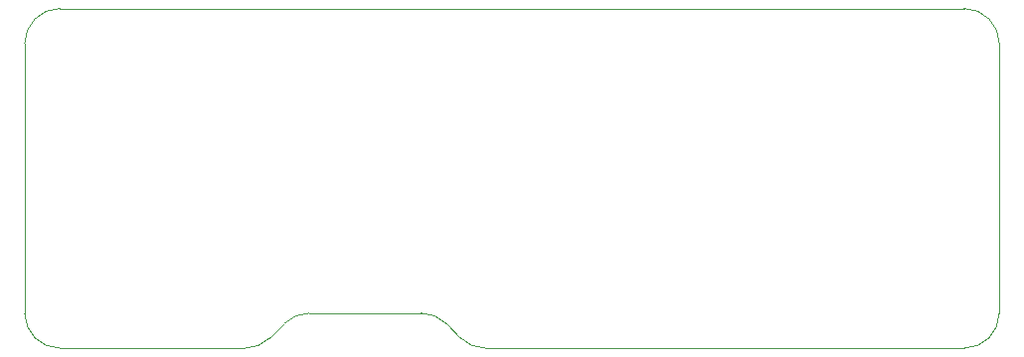
<source format=gbr>
%TF.GenerationSoftware,KiCad,Pcbnew,8.0.7*%
%TF.CreationDate,2025-04-02T16:36:19-05:00*%
%TF.ProjectId,love-letters,6c6f7665-2d6c-4657-9474-6572732e6b69,rev?*%
%TF.SameCoordinates,Original*%
%TF.FileFunction,Profile,NP*%
%FSLAX46Y46*%
G04 Gerber Fmt 4.6, Leading zero omitted, Abs format (unit mm)*
G04 Created by KiCad (PCBNEW 8.0.7) date 2025-04-02 16:36:19*
%MOMM*%
%LPD*%
G01*
G04 APERTURE LIST*
%TA.AperFunction,Profile*%
%ADD10C,0.050000*%
%TD*%
G04 APERTURE END LIST*
D10*
X77242641Y-73000000D02*
X118000000Y-73000000D01*
X60121320Y-70878680D02*
X58878679Y-72121321D01*
X62242641Y-70000000D02*
X71757359Y-70000000D01*
X71757359Y-70000000D02*
G75*
G02*
X73878659Y-70878701I41J-2999800D01*
G01*
X73878680Y-70878680D02*
X75121321Y-72121321D01*
X60121320Y-70878680D02*
G75*
G02*
X62242641Y-70000029I2121280J-2121320D01*
G01*
X121000000Y-70000000D02*
G75*
G02*
X118000000Y-73000000I-3000000J0D01*
G01*
X41000000Y-73000000D02*
G75*
G02*
X38000000Y-70000000I0J3000000D01*
G01*
X118000000Y-44000000D02*
G75*
G02*
X121000000Y-47000000I0J-3000000D01*
G01*
X77242641Y-73000000D02*
G75*
G02*
X75121342Y-72121300I-41J2999800D01*
G01*
X38000000Y-47000000D02*
G75*
G02*
X41000000Y-44000000I3000000J0D01*
G01*
X121000000Y-47000000D02*
X121000000Y-70000000D01*
X41000000Y-44000000D02*
X118000000Y-44000000D01*
X56757359Y-73000000D02*
X41000000Y-73000000D01*
X58878679Y-72121321D02*
G75*
G02*
X56757359Y-72999983I-2121379J2121521D01*
G01*
X38000000Y-70000000D02*
X38000000Y-47000000D01*
M02*

</source>
